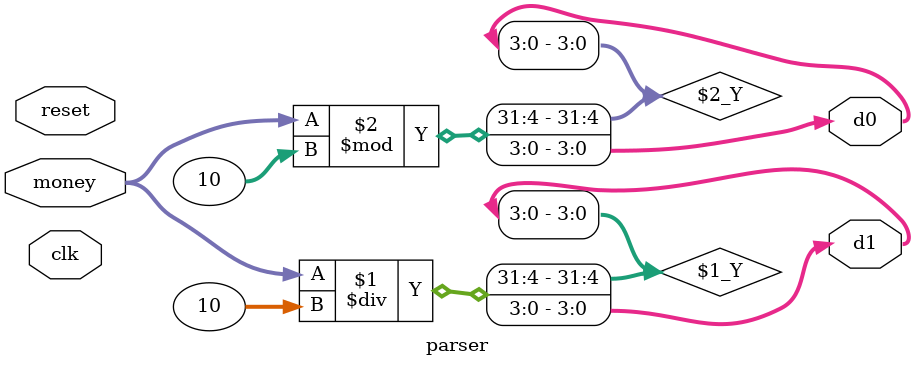
<source format=sv>
module parser(input logic clk,
                input logic reset,
                input logic [6:0] money,
                output logic [3:0] d1,
                output logic [3:0] d0);
    logic [6:0] ones;
    assign d1=money/10;
    assign d0=money%10;
endmodule
</source>
